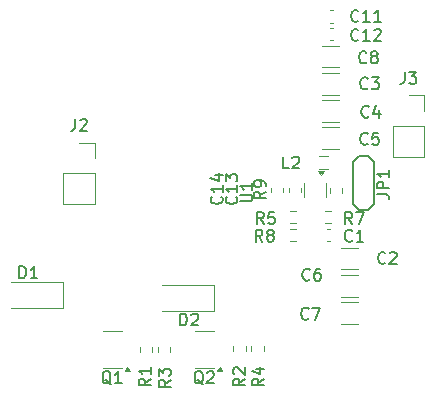
<source format=gbr>
%TF.GenerationSoftware,KiCad,Pcbnew,9.0.0*%
%TF.CreationDate,2025-03-25T19:49:10+01:00*%
%TF.ProjectId,raumtemp_relay,7261756d-7465-46d7-905f-72656c61792e,rev?*%
%TF.SameCoordinates,Original*%
%TF.FileFunction,Legend,Top*%
%TF.FilePolarity,Positive*%
%FSLAX46Y46*%
G04 Gerber Fmt 4.6, Leading zero omitted, Abs format (unit mm)*
G04 Created by KiCad (PCBNEW 9.0.0) date 2025-03-25 19:49:10*
%MOMM*%
%LPD*%
G01*
G04 APERTURE LIST*
%ADD10C,0.150000*%
%ADD11C,0.120000*%
G04 APERTURE END LIST*
D10*
X142584580Y-90722857D02*
X142632200Y-90770476D01*
X142632200Y-90770476D02*
X142679819Y-90913333D01*
X142679819Y-90913333D02*
X142679819Y-91008571D01*
X142679819Y-91008571D02*
X142632200Y-91151428D01*
X142632200Y-91151428D02*
X142536961Y-91246666D01*
X142536961Y-91246666D02*
X142441723Y-91294285D01*
X142441723Y-91294285D02*
X142251247Y-91341904D01*
X142251247Y-91341904D02*
X142108390Y-91341904D01*
X142108390Y-91341904D02*
X141917914Y-91294285D01*
X141917914Y-91294285D02*
X141822676Y-91246666D01*
X141822676Y-91246666D02*
X141727438Y-91151428D01*
X141727438Y-91151428D02*
X141679819Y-91008571D01*
X141679819Y-91008571D02*
X141679819Y-90913333D01*
X141679819Y-90913333D02*
X141727438Y-90770476D01*
X141727438Y-90770476D02*
X141775057Y-90722857D01*
X142679819Y-89770476D02*
X142679819Y-90341904D01*
X142679819Y-90056190D02*
X141679819Y-90056190D01*
X141679819Y-90056190D02*
X141822676Y-90151428D01*
X141822676Y-90151428D02*
X141917914Y-90246666D01*
X141917914Y-90246666D02*
X141965533Y-90341904D01*
X142013152Y-88913333D02*
X142679819Y-88913333D01*
X141632200Y-89151428D02*
X142346485Y-89389523D01*
X142346485Y-89389523D02*
X142346485Y-88770476D01*
X144179819Y-91141904D02*
X144989342Y-91141904D01*
X144989342Y-91141904D02*
X145084580Y-91094285D01*
X145084580Y-91094285D02*
X145132200Y-91046666D01*
X145132200Y-91046666D02*
X145179819Y-90951428D01*
X145179819Y-90951428D02*
X145179819Y-90760952D01*
X145179819Y-90760952D02*
X145132200Y-90665714D01*
X145132200Y-90665714D02*
X145084580Y-90618095D01*
X145084580Y-90618095D02*
X144989342Y-90570476D01*
X144989342Y-90570476D02*
X144179819Y-90570476D01*
X145179819Y-89570476D02*
X145179819Y-90141904D01*
X145179819Y-89856190D02*
X144179819Y-89856190D01*
X144179819Y-89856190D02*
X144322676Y-89951428D01*
X144322676Y-89951428D02*
X144417914Y-90046666D01*
X144417914Y-90046666D02*
X144465533Y-90141904D01*
X146329819Y-90296666D02*
X145853628Y-90629999D01*
X146329819Y-90868094D02*
X145329819Y-90868094D01*
X145329819Y-90868094D02*
X145329819Y-90487142D01*
X145329819Y-90487142D02*
X145377438Y-90391904D01*
X145377438Y-90391904D02*
X145425057Y-90344285D01*
X145425057Y-90344285D02*
X145520295Y-90296666D01*
X145520295Y-90296666D02*
X145663152Y-90296666D01*
X145663152Y-90296666D02*
X145758390Y-90344285D01*
X145758390Y-90344285D02*
X145806009Y-90391904D01*
X145806009Y-90391904D02*
X145853628Y-90487142D01*
X145853628Y-90487142D02*
X145853628Y-90868094D01*
X146329819Y-89820475D02*
X146329819Y-89629999D01*
X146329819Y-89629999D02*
X146282200Y-89534761D01*
X146282200Y-89534761D02*
X146234580Y-89487142D01*
X146234580Y-89487142D02*
X146091723Y-89391904D01*
X146091723Y-89391904D02*
X145901247Y-89344285D01*
X145901247Y-89344285D02*
X145520295Y-89344285D01*
X145520295Y-89344285D02*
X145425057Y-89391904D01*
X145425057Y-89391904D02*
X145377438Y-89439523D01*
X145377438Y-89439523D02*
X145329819Y-89534761D01*
X145329819Y-89534761D02*
X145329819Y-89725237D01*
X145329819Y-89725237D02*
X145377438Y-89820475D01*
X145377438Y-89820475D02*
X145425057Y-89868094D01*
X145425057Y-89868094D02*
X145520295Y-89915713D01*
X145520295Y-89915713D02*
X145758390Y-89915713D01*
X145758390Y-89915713D02*
X145853628Y-89868094D01*
X145853628Y-89868094D02*
X145901247Y-89820475D01*
X145901247Y-89820475D02*
X145948866Y-89725237D01*
X145948866Y-89725237D02*
X145948866Y-89534761D01*
X145948866Y-89534761D02*
X145901247Y-89439523D01*
X145901247Y-89439523D02*
X145853628Y-89391904D01*
X145853628Y-89391904D02*
X145758390Y-89344285D01*
X156458333Y-96339580D02*
X156410714Y-96387200D01*
X156410714Y-96387200D02*
X156267857Y-96434819D01*
X156267857Y-96434819D02*
X156172619Y-96434819D01*
X156172619Y-96434819D02*
X156029762Y-96387200D01*
X156029762Y-96387200D02*
X155934524Y-96291961D01*
X155934524Y-96291961D02*
X155886905Y-96196723D01*
X155886905Y-96196723D02*
X155839286Y-96006247D01*
X155839286Y-96006247D02*
X155839286Y-95863390D01*
X155839286Y-95863390D02*
X155886905Y-95672914D01*
X155886905Y-95672914D02*
X155934524Y-95577676D01*
X155934524Y-95577676D02*
X156029762Y-95482438D01*
X156029762Y-95482438D02*
X156172619Y-95434819D01*
X156172619Y-95434819D02*
X156267857Y-95434819D01*
X156267857Y-95434819D02*
X156410714Y-95482438D01*
X156410714Y-95482438D02*
X156458333Y-95530057D01*
X156839286Y-95530057D02*
X156886905Y-95482438D01*
X156886905Y-95482438D02*
X156982143Y-95434819D01*
X156982143Y-95434819D02*
X157220238Y-95434819D01*
X157220238Y-95434819D02*
X157315476Y-95482438D01*
X157315476Y-95482438D02*
X157363095Y-95530057D01*
X157363095Y-95530057D02*
X157410714Y-95625295D01*
X157410714Y-95625295D02*
X157410714Y-95720533D01*
X157410714Y-95720533D02*
X157363095Y-95863390D01*
X157363095Y-95863390D02*
X156791667Y-96434819D01*
X156791667Y-96434819D02*
X157410714Y-96434819D01*
X146179819Y-106146666D02*
X145703628Y-106479999D01*
X146179819Y-106718094D02*
X145179819Y-106718094D01*
X145179819Y-106718094D02*
X145179819Y-106337142D01*
X145179819Y-106337142D02*
X145227438Y-106241904D01*
X145227438Y-106241904D02*
X145275057Y-106194285D01*
X145275057Y-106194285D02*
X145370295Y-106146666D01*
X145370295Y-106146666D02*
X145513152Y-106146666D01*
X145513152Y-106146666D02*
X145608390Y-106194285D01*
X145608390Y-106194285D02*
X145656009Y-106241904D01*
X145656009Y-106241904D02*
X145703628Y-106337142D01*
X145703628Y-106337142D02*
X145703628Y-106718094D01*
X145513152Y-105289523D02*
X146179819Y-105289523D01*
X145132200Y-105527618D02*
X145846485Y-105765713D01*
X145846485Y-105765713D02*
X145846485Y-105146666D01*
X155779819Y-90513333D02*
X156494104Y-90513333D01*
X156494104Y-90513333D02*
X156636961Y-90560952D01*
X156636961Y-90560952D02*
X156732200Y-90656190D01*
X156732200Y-90656190D02*
X156779819Y-90799047D01*
X156779819Y-90799047D02*
X156779819Y-90894285D01*
X156779819Y-90037142D02*
X155779819Y-90037142D01*
X155779819Y-90037142D02*
X155779819Y-89656190D01*
X155779819Y-89656190D02*
X155827438Y-89560952D01*
X155827438Y-89560952D02*
X155875057Y-89513333D01*
X155875057Y-89513333D02*
X155970295Y-89465714D01*
X155970295Y-89465714D02*
X156113152Y-89465714D01*
X156113152Y-89465714D02*
X156208390Y-89513333D01*
X156208390Y-89513333D02*
X156256009Y-89560952D01*
X156256009Y-89560952D02*
X156303628Y-89656190D01*
X156303628Y-89656190D02*
X156303628Y-90037142D01*
X156779819Y-88513333D02*
X156779819Y-89084761D01*
X156779819Y-88799047D02*
X155779819Y-88799047D01*
X155779819Y-88799047D02*
X155922676Y-88894285D01*
X155922676Y-88894285D02*
X156017914Y-88989523D01*
X156017914Y-88989523D02*
X156065533Y-89084761D01*
X154958333Y-81539580D02*
X154910714Y-81587200D01*
X154910714Y-81587200D02*
X154767857Y-81634819D01*
X154767857Y-81634819D02*
X154672619Y-81634819D01*
X154672619Y-81634819D02*
X154529762Y-81587200D01*
X154529762Y-81587200D02*
X154434524Y-81491961D01*
X154434524Y-81491961D02*
X154386905Y-81396723D01*
X154386905Y-81396723D02*
X154339286Y-81206247D01*
X154339286Y-81206247D02*
X154339286Y-81063390D01*
X154339286Y-81063390D02*
X154386905Y-80872914D01*
X154386905Y-80872914D02*
X154434524Y-80777676D01*
X154434524Y-80777676D02*
X154529762Y-80682438D01*
X154529762Y-80682438D02*
X154672619Y-80634819D01*
X154672619Y-80634819D02*
X154767857Y-80634819D01*
X154767857Y-80634819D02*
X154910714Y-80682438D01*
X154910714Y-80682438D02*
X154958333Y-80730057D01*
X155291667Y-80634819D02*
X155910714Y-80634819D01*
X155910714Y-80634819D02*
X155577381Y-81015771D01*
X155577381Y-81015771D02*
X155720238Y-81015771D01*
X155720238Y-81015771D02*
X155815476Y-81063390D01*
X155815476Y-81063390D02*
X155863095Y-81111009D01*
X155863095Y-81111009D02*
X155910714Y-81206247D01*
X155910714Y-81206247D02*
X155910714Y-81444342D01*
X155910714Y-81444342D02*
X155863095Y-81539580D01*
X155863095Y-81539580D02*
X155815476Y-81587200D01*
X155815476Y-81587200D02*
X155720238Y-81634819D01*
X155720238Y-81634819D02*
X155434524Y-81634819D01*
X155434524Y-81634819D02*
X155339286Y-81587200D01*
X155339286Y-81587200D02*
X155291667Y-81539580D01*
X141029761Y-106630057D02*
X140934523Y-106582438D01*
X140934523Y-106582438D02*
X140839285Y-106487200D01*
X140839285Y-106487200D02*
X140696428Y-106344342D01*
X140696428Y-106344342D02*
X140601190Y-106296723D01*
X140601190Y-106296723D02*
X140505952Y-106296723D01*
X140553571Y-106534819D02*
X140458333Y-106487200D01*
X140458333Y-106487200D02*
X140363095Y-106391961D01*
X140363095Y-106391961D02*
X140315476Y-106201485D01*
X140315476Y-106201485D02*
X140315476Y-105868152D01*
X140315476Y-105868152D02*
X140363095Y-105677676D01*
X140363095Y-105677676D02*
X140458333Y-105582438D01*
X140458333Y-105582438D02*
X140553571Y-105534819D01*
X140553571Y-105534819D02*
X140744047Y-105534819D01*
X140744047Y-105534819D02*
X140839285Y-105582438D01*
X140839285Y-105582438D02*
X140934523Y-105677676D01*
X140934523Y-105677676D02*
X140982142Y-105868152D01*
X140982142Y-105868152D02*
X140982142Y-106201485D01*
X140982142Y-106201485D02*
X140934523Y-106391961D01*
X140934523Y-106391961D02*
X140839285Y-106487200D01*
X140839285Y-106487200D02*
X140744047Y-106534819D01*
X140744047Y-106534819D02*
X140553571Y-106534819D01*
X141363095Y-105630057D02*
X141410714Y-105582438D01*
X141410714Y-105582438D02*
X141505952Y-105534819D01*
X141505952Y-105534819D02*
X141744047Y-105534819D01*
X141744047Y-105534819D02*
X141839285Y-105582438D01*
X141839285Y-105582438D02*
X141886904Y-105630057D01*
X141886904Y-105630057D02*
X141934523Y-105725295D01*
X141934523Y-105725295D02*
X141934523Y-105820533D01*
X141934523Y-105820533D02*
X141886904Y-105963390D01*
X141886904Y-105963390D02*
X141315476Y-106534819D01*
X141315476Y-106534819D02*
X141934523Y-106534819D01*
X153658333Y-94439580D02*
X153610714Y-94487200D01*
X153610714Y-94487200D02*
X153467857Y-94534819D01*
X153467857Y-94534819D02*
X153372619Y-94534819D01*
X153372619Y-94534819D02*
X153229762Y-94487200D01*
X153229762Y-94487200D02*
X153134524Y-94391961D01*
X153134524Y-94391961D02*
X153086905Y-94296723D01*
X153086905Y-94296723D02*
X153039286Y-94106247D01*
X153039286Y-94106247D02*
X153039286Y-93963390D01*
X153039286Y-93963390D02*
X153086905Y-93772914D01*
X153086905Y-93772914D02*
X153134524Y-93677676D01*
X153134524Y-93677676D02*
X153229762Y-93582438D01*
X153229762Y-93582438D02*
X153372619Y-93534819D01*
X153372619Y-93534819D02*
X153467857Y-93534819D01*
X153467857Y-93534819D02*
X153610714Y-93582438D01*
X153610714Y-93582438D02*
X153658333Y-93630057D01*
X154610714Y-94534819D02*
X154039286Y-94534819D01*
X154325000Y-94534819D02*
X154325000Y-93534819D01*
X154325000Y-93534819D02*
X154229762Y-93677676D01*
X154229762Y-93677676D02*
X154134524Y-93772914D01*
X154134524Y-93772914D02*
X154039286Y-93820533D01*
X148308333Y-88334819D02*
X147832143Y-88334819D01*
X147832143Y-88334819D02*
X147832143Y-87334819D01*
X148594048Y-87430057D02*
X148641667Y-87382438D01*
X148641667Y-87382438D02*
X148736905Y-87334819D01*
X148736905Y-87334819D02*
X148975000Y-87334819D01*
X148975000Y-87334819D02*
X149070238Y-87382438D01*
X149070238Y-87382438D02*
X149117857Y-87430057D01*
X149117857Y-87430057D02*
X149165476Y-87525295D01*
X149165476Y-87525295D02*
X149165476Y-87620533D01*
X149165476Y-87620533D02*
X149117857Y-87763390D01*
X149117857Y-87763390D02*
X148546429Y-88334819D01*
X148546429Y-88334819D02*
X149165476Y-88334819D01*
X144579819Y-106146666D02*
X144103628Y-106479999D01*
X144579819Y-106718094D02*
X143579819Y-106718094D01*
X143579819Y-106718094D02*
X143579819Y-106337142D01*
X143579819Y-106337142D02*
X143627438Y-106241904D01*
X143627438Y-106241904D02*
X143675057Y-106194285D01*
X143675057Y-106194285D02*
X143770295Y-106146666D01*
X143770295Y-106146666D02*
X143913152Y-106146666D01*
X143913152Y-106146666D02*
X144008390Y-106194285D01*
X144008390Y-106194285D02*
X144056009Y-106241904D01*
X144056009Y-106241904D02*
X144103628Y-106337142D01*
X144103628Y-106337142D02*
X144103628Y-106718094D01*
X143675057Y-105765713D02*
X143627438Y-105718094D01*
X143627438Y-105718094D02*
X143579819Y-105622856D01*
X143579819Y-105622856D02*
X143579819Y-105384761D01*
X143579819Y-105384761D02*
X143627438Y-105289523D01*
X143627438Y-105289523D02*
X143675057Y-105241904D01*
X143675057Y-105241904D02*
X143770295Y-105194285D01*
X143770295Y-105194285D02*
X143865533Y-105194285D01*
X143865533Y-105194285D02*
X144008390Y-105241904D01*
X144008390Y-105241904D02*
X144579819Y-105813332D01*
X144579819Y-105813332D02*
X144579819Y-105194285D01*
X154182142Y-75839580D02*
X154134523Y-75887200D01*
X154134523Y-75887200D02*
X153991666Y-75934819D01*
X153991666Y-75934819D02*
X153896428Y-75934819D01*
X153896428Y-75934819D02*
X153753571Y-75887200D01*
X153753571Y-75887200D02*
X153658333Y-75791961D01*
X153658333Y-75791961D02*
X153610714Y-75696723D01*
X153610714Y-75696723D02*
X153563095Y-75506247D01*
X153563095Y-75506247D02*
X153563095Y-75363390D01*
X153563095Y-75363390D02*
X153610714Y-75172914D01*
X153610714Y-75172914D02*
X153658333Y-75077676D01*
X153658333Y-75077676D02*
X153753571Y-74982438D01*
X153753571Y-74982438D02*
X153896428Y-74934819D01*
X153896428Y-74934819D02*
X153991666Y-74934819D01*
X153991666Y-74934819D02*
X154134523Y-74982438D01*
X154134523Y-74982438D02*
X154182142Y-75030057D01*
X155134523Y-75934819D02*
X154563095Y-75934819D01*
X154848809Y-75934819D02*
X154848809Y-74934819D01*
X154848809Y-74934819D02*
X154753571Y-75077676D01*
X154753571Y-75077676D02*
X154658333Y-75172914D01*
X154658333Y-75172914D02*
X154563095Y-75220533D01*
X156086904Y-75934819D02*
X155515476Y-75934819D01*
X155801190Y-75934819D02*
X155801190Y-74934819D01*
X155801190Y-74934819D02*
X155705952Y-75077676D01*
X155705952Y-75077676D02*
X155610714Y-75172914D01*
X155610714Y-75172914D02*
X155515476Y-75220533D01*
X153658333Y-93034819D02*
X153325000Y-92558628D01*
X153086905Y-93034819D02*
X153086905Y-92034819D01*
X153086905Y-92034819D02*
X153467857Y-92034819D01*
X153467857Y-92034819D02*
X153563095Y-92082438D01*
X153563095Y-92082438D02*
X153610714Y-92130057D01*
X153610714Y-92130057D02*
X153658333Y-92225295D01*
X153658333Y-92225295D02*
X153658333Y-92368152D01*
X153658333Y-92368152D02*
X153610714Y-92463390D01*
X153610714Y-92463390D02*
X153563095Y-92511009D01*
X153563095Y-92511009D02*
X153467857Y-92558628D01*
X153467857Y-92558628D02*
X153086905Y-92558628D01*
X153991667Y-92034819D02*
X154658333Y-92034819D01*
X154658333Y-92034819D02*
X154229762Y-93034819D01*
X139086905Y-101634819D02*
X139086905Y-100634819D01*
X139086905Y-100634819D02*
X139325000Y-100634819D01*
X139325000Y-100634819D02*
X139467857Y-100682438D01*
X139467857Y-100682438D02*
X139563095Y-100777676D01*
X139563095Y-100777676D02*
X139610714Y-100872914D01*
X139610714Y-100872914D02*
X139658333Y-101063390D01*
X139658333Y-101063390D02*
X139658333Y-101206247D01*
X139658333Y-101206247D02*
X139610714Y-101396723D01*
X139610714Y-101396723D02*
X139563095Y-101491961D01*
X139563095Y-101491961D02*
X139467857Y-101587200D01*
X139467857Y-101587200D02*
X139325000Y-101634819D01*
X139325000Y-101634819D02*
X139086905Y-101634819D01*
X140039286Y-100730057D02*
X140086905Y-100682438D01*
X140086905Y-100682438D02*
X140182143Y-100634819D01*
X140182143Y-100634819D02*
X140420238Y-100634819D01*
X140420238Y-100634819D02*
X140515476Y-100682438D01*
X140515476Y-100682438D02*
X140563095Y-100730057D01*
X140563095Y-100730057D02*
X140610714Y-100825295D01*
X140610714Y-100825295D02*
X140610714Y-100920533D01*
X140610714Y-100920533D02*
X140563095Y-101063390D01*
X140563095Y-101063390D02*
X139991667Y-101634819D01*
X139991667Y-101634819D02*
X140610714Y-101634819D01*
X150058333Y-97739580D02*
X150010714Y-97787200D01*
X150010714Y-97787200D02*
X149867857Y-97834819D01*
X149867857Y-97834819D02*
X149772619Y-97834819D01*
X149772619Y-97834819D02*
X149629762Y-97787200D01*
X149629762Y-97787200D02*
X149534524Y-97691961D01*
X149534524Y-97691961D02*
X149486905Y-97596723D01*
X149486905Y-97596723D02*
X149439286Y-97406247D01*
X149439286Y-97406247D02*
X149439286Y-97263390D01*
X149439286Y-97263390D02*
X149486905Y-97072914D01*
X149486905Y-97072914D02*
X149534524Y-96977676D01*
X149534524Y-96977676D02*
X149629762Y-96882438D01*
X149629762Y-96882438D02*
X149772619Y-96834819D01*
X149772619Y-96834819D02*
X149867857Y-96834819D01*
X149867857Y-96834819D02*
X150010714Y-96882438D01*
X150010714Y-96882438D02*
X150058333Y-96930057D01*
X150915476Y-96834819D02*
X150725000Y-96834819D01*
X150725000Y-96834819D02*
X150629762Y-96882438D01*
X150629762Y-96882438D02*
X150582143Y-96930057D01*
X150582143Y-96930057D02*
X150486905Y-97072914D01*
X150486905Y-97072914D02*
X150439286Y-97263390D01*
X150439286Y-97263390D02*
X150439286Y-97644342D01*
X150439286Y-97644342D02*
X150486905Y-97739580D01*
X150486905Y-97739580D02*
X150534524Y-97787200D01*
X150534524Y-97787200D02*
X150629762Y-97834819D01*
X150629762Y-97834819D02*
X150820238Y-97834819D01*
X150820238Y-97834819D02*
X150915476Y-97787200D01*
X150915476Y-97787200D02*
X150963095Y-97739580D01*
X150963095Y-97739580D02*
X151010714Y-97644342D01*
X151010714Y-97644342D02*
X151010714Y-97406247D01*
X151010714Y-97406247D02*
X150963095Y-97311009D01*
X150963095Y-97311009D02*
X150915476Y-97263390D01*
X150915476Y-97263390D02*
X150820238Y-97215771D01*
X150820238Y-97215771D02*
X150629762Y-97215771D01*
X150629762Y-97215771D02*
X150534524Y-97263390D01*
X150534524Y-97263390D02*
X150486905Y-97311009D01*
X150486905Y-97311009D02*
X150439286Y-97406247D01*
X125486905Y-97634819D02*
X125486905Y-96634819D01*
X125486905Y-96634819D02*
X125725000Y-96634819D01*
X125725000Y-96634819D02*
X125867857Y-96682438D01*
X125867857Y-96682438D02*
X125963095Y-96777676D01*
X125963095Y-96777676D02*
X126010714Y-96872914D01*
X126010714Y-96872914D02*
X126058333Y-97063390D01*
X126058333Y-97063390D02*
X126058333Y-97206247D01*
X126058333Y-97206247D02*
X126010714Y-97396723D01*
X126010714Y-97396723D02*
X125963095Y-97491961D01*
X125963095Y-97491961D02*
X125867857Y-97587200D01*
X125867857Y-97587200D02*
X125725000Y-97634819D01*
X125725000Y-97634819D02*
X125486905Y-97634819D01*
X127010714Y-97634819D02*
X126439286Y-97634819D01*
X126725000Y-97634819D02*
X126725000Y-96634819D01*
X126725000Y-96634819D02*
X126629762Y-96777676D01*
X126629762Y-96777676D02*
X126534524Y-96872914D01*
X126534524Y-96872914D02*
X126439286Y-96920533D01*
X136579819Y-106146666D02*
X136103628Y-106479999D01*
X136579819Y-106718094D02*
X135579819Y-106718094D01*
X135579819Y-106718094D02*
X135579819Y-106337142D01*
X135579819Y-106337142D02*
X135627438Y-106241904D01*
X135627438Y-106241904D02*
X135675057Y-106194285D01*
X135675057Y-106194285D02*
X135770295Y-106146666D01*
X135770295Y-106146666D02*
X135913152Y-106146666D01*
X135913152Y-106146666D02*
X136008390Y-106194285D01*
X136008390Y-106194285D02*
X136056009Y-106241904D01*
X136056009Y-106241904D02*
X136103628Y-106337142D01*
X136103628Y-106337142D02*
X136103628Y-106718094D01*
X136579819Y-105194285D02*
X136579819Y-105765713D01*
X136579819Y-105479999D02*
X135579819Y-105479999D01*
X135579819Y-105479999D02*
X135722676Y-105575237D01*
X135722676Y-105575237D02*
X135817914Y-105670475D01*
X135817914Y-105670475D02*
X135865533Y-105765713D01*
X155058333Y-83939580D02*
X155010714Y-83987200D01*
X155010714Y-83987200D02*
X154867857Y-84034819D01*
X154867857Y-84034819D02*
X154772619Y-84034819D01*
X154772619Y-84034819D02*
X154629762Y-83987200D01*
X154629762Y-83987200D02*
X154534524Y-83891961D01*
X154534524Y-83891961D02*
X154486905Y-83796723D01*
X154486905Y-83796723D02*
X154439286Y-83606247D01*
X154439286Y-83606247D02*
X154439286Y-83463390D01*
X154439286Y-83463390D02*
X154486905Y-83272914D01*
X154486905Y-83272914D02*
X154534524Y-83177676D01*
X154534524Y-83177676D02*
X154629762Y-83082438D01*
X154629762Y-83082438D02*
X154772619Y-83034819D01*
X154772619Y-83034819D02*
X154867857Y-83034819D01*
X154867857Y-83034819D02*
X155010714Y-83082438D01*
X155010714Y-83082438D02*
X155058333Y-83130057D01*
X155915476Y-83368152D02*
X155915476Y-84034819D01*
X155677381Y-82987200D02*
X155439286Y-83701485D01*
X155439286Y-83701485D02*
X156058333Y-83701485D01*
X146158333Y-93034819D02*
X145825000Y-92558628D01*
X145586905Y-93034819D02*
X145586905Y-92034819D01*
X145586905Y-92034819D02*
X145967857Y-92034819D01*
X145967857Y-92034819D02*
X146063095Y-92082438D01*
X146063095Y-92082438D02*
X146110714Y-92130057D01*
X146110714Y-92130057D02*
X146158333Y-92225295D01*
X146158333Y-92225295D02*
X146158333Y-92368152D01*
X146158333Y-92368152D02*
X146110714Y-92463390D01*
X146110714Y-92463390D02*
X146063095Y-92511009D01*
X146063095Y-92511009D02*
X145967857Y-92558628D01*
X145967857Y-92558628D02*
X145586905Y-92558628D01*
X147063095Y-92034819D02*
X146586905Y-92034819D01*
X146586905Y-92034819D02*
X146539286Y-92511009D01*
X146539286Y-92511009D02*
X146586905Y-92463390D01*
X146586905Y-92463390D02*
X146682143Y-92415771D01*
X146682143Y-92415771D02*
X146920238Y-92415771D01*
X146920238Y-92415771D02*
X147015476Y-92463390D01*
X147015476Y-92463390D02*
X147063095Y-92511009D01*
X147063095Y-92511009D02*
X147110714Y-92606247D01*
X147110714Y-92606247D02*
X147110714Y-92844342D01*
X147110714Y-92844342D02*
X147063095Y-92939580D01*
X147063095Y-92939580D02*
X147015476Y-92987200D01*
X147015476Y-92987200D02*
X146920238Y-93034819D01*
X146920238Y-93034819D02*
X146682143Y-93034819D01*
X146682143Y-93034819D02*
X146586905Y-92987200D01*
X146586905Y-92987200D02*
X146539286Y-92939580D01*
X158091666Y-80164819D02*
X158091666Y-80879104D01*
X158091666Y-80879104D02*
X158044047Y-81021961D01*
X158044047Y-81021961D02*
X157948809Y-81117200D01*
X157948809Y-81117200D02*
X157805952Y-81164819D01*
X157805952Y-81164819D02*
X157710714Y-81164819D01*
X158472619Y-80164819D02*
X159091666Y-80164819D01*
X159091666Y-80164819D02*
X158758333Y-80545771D01*
X158758333Y-80545771D02*
X158901190Y-80545771D01*
X158901190Y-80545771D02*
X158996428Y-80593390D01*
X158996428Y-80593390D02*
X159044047Y-80641009D01*
X159044047Y-80641009D02*
X159091666Y-80736247D01*
X159091666Y-80736247D02*
X159091666Y-80974342D01*
X159091666Y-80974342D02*
X159044047Y-81069580D01*
X159044047Y-81069580D02*
X158996428Y-81117200D01*
X158996428Y-81117200D02*
X158901190Y-81164819D01*
X158901190Y-81164819D02*
X158615476Y-81164819D01*
X158615476Y-81164819D02*
X158520238Y-81117200D01*
X158520238Y-81117200D02*
X158472619Y-81069580D01*
X154958333Y-86239580D02*
X154910714Y-86287200D01*
X154910714Y-86287200D02*
X154767857Y-86334819D01*
X154767857Y-86334819D02*
X154672619Y-86334819D01*
X154672619Y-86334819D02*
X154529762Y-86287200D01*
X154529762Y-86287200D02*
X154434524Y-86191961D01*
X154434524Y-86191961D02*
X154386905Y-86096723D01*
X154386905Y-86096723D02*
X154339286Y-85906247D01*
X154339286Y-85906247D02*
X154339286Y-85763390D01*
X154339286Y-85763390D02*
X154386905Y-85572914D01*
X154386905Y-85572914D02*
X154434524Y-85477676D01*
X154434524Y-85477676D02*
X154529762Y-85382438D01*
X154529762Y-85382438D02*
X154672619Y-85334819D01*
X154672619Y-85334819D02*
X154767857Y-85334819D01*
X154767857Y-85334819D02*
X154910714Y-85382438D01*
X154910714Y-85382438D02*
X154958333Y-85430057D01*
X155863095Y-85334819D02*
X155386905Y-85334819D01*
X155386905Y-85334819D02*
X155339286Y-85811009D01*
X155339286Y-85811009D02*
X155386905Y-85763390D01*
X155386905Y-85763390D02*
X155482143Y-85715771D01*
X155482143Y-85715771D02*
X155720238Y-85715771D01*
X155720238Y-85715771D02*
X155815476Y-85763390D01*
X155815476Y-85763390D02*
X155863095Y-85811009D01*
X155863095Y-85811009D02*
X155910714Y-85906247D01*
X155910714Y-85906247D02*
X155910714Y-86144342D01*
X155910714Y-86144342D02*
X155863095Y-86239580D01*
X155863095Y-86239580D02*
X155815476Y-86287200D01*
X155815476Y-86287200D02*
X155720238Y-86334819D01*
X155720238Y-86334819D02*
X155482143Y-86334819D01*
X155482143Y-86334819D02*
X155386905Y-86287200D01*
X155386905Y-86287200D02*
X155339286Y-86239580D01*
X154858333Y-79339580D02*
X154810714Y-79387200D01*
X154810714Y-79387200D02*
X154667857Y-79434819D01*
X154667857Y-79434819D02*
X154572619Y-79434819D01*
X154572619Y-79434819D02*
X154429762Y-79387200D01*
X154429762Y-79387200D02*
X154334524Y-79291961D01*
X154334524Y-79291961D02*
X154286905Y-79196723D01*
X154286905Y-79196723D02*
X154239286Y-79006247D01*
X154239286Y-79006247D02*
X154239286Y-78863390D01*
X154239286Y-78863390D02*
X154286905Y-78672914D01*
X154286905Y-78672914D02*
X154334524Y-78577676D01*
X154334524Y-78577676D02*
X154429762Y-78482438D01*
X154429762Y-78482438D02*
X154572619Y-78434819D01*
X154572619Y-78434819D02*
X154667857Y-78434819D01*
X154667857Y-78434819D02*
X154810714Y-78482438D01*
X154810714Y-78482438D02*
X154858333Y-78530057D01*
X155429762Y-78863390D02*
X155334524Y-78815771D01*
X155334524Y-78815771D02*
X155286905Y-78768152D01*
X155286905Y-78768152D02*
X155239286Y-78672914D01*
X155239286Y-78672914D02*
X155239286Y-78625295D01*
X155239286Y-78625295D02*
X155286905Y-78530057D01*
X155286905Y-78530057D02*
X155334524Y-78482438D01*
X155334524Y-78482438D02*
X155429762Y-78434819D01*
X155429762Y-78434819D02*
X155620238Y-78434819D01*
X155620238Y-78434819D02*
X155715476Y-78482438D01*
X155715476Y-78482438D02*
X155763095Y-78530057D01*
X155763095Y-78530057D02*
X155810714Y-78625295D01*
X155810714Y-78625295D02*
X155810714Y-78672914D01*
X155810714Y-78672914D02*
X155763095Y-78768152D01*
X155763095Y-78768152D02*
X155715476Y-78815771D01*
X155715476Y-78815771D02*
X155620238Y-78863390D01*
X155620238Y-78863390D02*
X155429762Y-78863390D01*
X155429762Y-78863390D02*
X155334524Y-78911009D01*
X155334524Y-78911009D02*
X155286905Y-78958628D01*
X155286905Y-78958628D02*
X155239286Y-79053866D01*
X155239286Y-79053866D02*
X155239286Y-79244342D01*
X155239286Y-79244342D02*
X155286905Y-79339580D01*
X155286905Y-79339580D02*
X155334524Y-79387200D01*
X155334524Y-79387200D02*
X155429762Y-79434819D01*
X155429762Y-79434819D02*
X155620238Y-79434819D01*
X155620238Y-79434819D02*
X155715476Y-79387200D01*
X155715476Y-79387200D02*
X155763095Y-79339580D01*
X155763095Y-79339580D02*
X155810714Y-79244342D01*
X155810714Y-79244342D02*
X155810714Y-79053866D01*
X155810714Y-79053866D02*
X155763095Y-78958628D01*
X155763095Y-78958628D02*
X155715476Y-78911009D01*
X155715476Y-78911009D02*
X155620238Y-78863390D01*
X146058333Y-94534819D02*
X145725000Y-94058628D01*
X145486905Y-94534819D02*
X145486905Y-93534819D01*
X145486905Y-93534819D02*
X145867857Y-93534819D01*
X145867857Y-93534819D02*
X145963095Y-93582438D01*
X145963095Y-93582438D02*
X146010714Y-93630057D01*
X146010714Y-93630057D02*
X146058333Y-93725295D01*
X146058333Y-93725295D02*
X146058333Y-93868152D01*
X146058333Y-93868152D02*
X146010714Y-93963390D01*
X146010714Y-93963390D02*
X145963095Y-94011009D01*
X145963095Y-94011009D02*
X145867857Y-94058628D01*
X145867857Y-94058628D02*
X145486905Y-94058628D01*
X146629762Y-93963390D02*
X146534524Y-93915771D01*
X146534524Y-93915771D02*
X146486905Y-93868152D01*
X146486905Y-93868152D02*
X146439286Y-93772914D01*
X146439286Y-93772914D02*
X146439286Y-93725295D01*
X146439286Y-93725295D02*
X146486905Y-93630057D01*
X146486905Y-93630057D02*
X146534524Y-93582438D01*
X146534524Y-93582438D02*
X146629762Y-93534819D01*
X146629762Y-93534819D02*
X146820238Y-93534819D01*
X146820238Y-93534819D02*
X146915476Y-93582438D01*
X146915476Y-93582438D02*
X146963095Y-93630057D01*
X146963095Y-93630057D02*
X147010714Y-93725295D01*
X147010714Y-93725295D02*
X147010714Y-93772914D01*
X147010714Y-93772914D02*
X146963095Y-93868152D01*
X146963095Y-93868152D02*
X146915476Y-93915771D01*
X146915476Y-93915771D02*
X146820238Y-93963390D01*
X146820238Y-93963390D02*
X146629762Y-93963390D01*
X146629762Y-93963390D02*
X146534524Y-94011009D01*
X146534524Y-94011009D02*
X146486905Y-94058628D01*
X146486905Y-94058628D02*
X146439286Y-94153866D01*
X146439286Y-94153866D02*
X146439286Y-94344342D01*
X146439286Y-94344342D02*
X146486905Y-94439580D01*
X146486905Y-94439580D02*
X146534524Y-94487200D01*
X146534524Y-94487200D02*
X146629762Y-94534819D01*
X146629762Y-94534819D02*
X146820238Y-94534819D01*
X146820238Y-94534819D02*
X146915476Y-94487200D01*
X146915476Y-94487200D02*
X146963095Y-94439580D01*
X146963095Y-94439580D02*
X147010714Y-94344342D01*
X147010714Y-94344342D02*
X147010714Y-94153866D01*
X147010714Y-94153866D02*
X146963095Y-94058628D01*
X146963095Y-94058628D02*
X146915476Y-94011009D01*
X146915476Y-94011009D02*
X146820238Y-93963390D01*
X130191322Y-84164819D02*
X130191322Y-84879104D01*
X130191322Y-84879104D02*
X130143703Y-85021961D01*
X130143703Y-85021961D02*
X130048465Y-85117200D01*
X130048465Y-85117200D02*
X129905608Y-85164819D01*
X129905608Y-85164819D02*
X129810370Y-85164819D01*
X130619894Y-84260057D02*
X130667513Y-84212438D01*
X130667513Y-84212438D02*
X130762751Y-84164819D01*
X130762751Y-84164819D02*
X131000846Y-84164819D01*
X131000846Y-84164819D02*
X131096084Y-84212438D01*
X131096084Y-84212438D02*
X131143703Y-84260057D01*
X131143703Y-84260057D02*
X131191322Y-84355295D01*
X131191322Y-84355295D02*
X131191322Y-84450533D01*
X131191322Y-84450533D02*
X131143703Y-84593390D01*
X131143703Y-84593390D02*
X130572275Y-85164819D01*
X130572275Y-85164819D02*
X131191322Y-85164819D01*
X154182142Y-77439580D02*
X154134523Y-77487200D01*
X154134523Y-77487200D02*
X153991666Y-77534819D01*
X153991666Y-77534819D02*
X153896428Y-77534819D01*
X153896428Y-77534819D02*
X153753571Y-77487200D01*
X153753571Y-77487200D02*
X153658333Y-77391961D01*
X153658333Y-77391961D02*
X153610714Y-77296723D01*
X153610714Y-77296723D02*
X153563095Y-77106247D01*
X153563095Y-77106247D02*
X153563095Y-76963390D01*
X153563095Y-76963390D02*
X153610714Y-76772914D01*
X153610714Y-76772914D02*
X153658333Y-76677676D01*
X153658333Y-76677676D02*
X153753571Y-76582438D01*
X153753571Y-76582438D02*
X153896428Y-76534819D01*
X153896428Y-76534819D02*
X153991666Y-76534819D01*
X153991666Y-76534819D02*
X154134523Y-76582438D01*
X154134523Y-76582438D02*
X154182142Y-76630057D01*
X155134523Y-77534819D02*
X154563095Y-77534819D01*
X154848809Y-77534819D02*
X154848809Y-76534819D01*
X154848809Y-76534819D02*
X154753571Y-76677676D01*
X154753571Y-76677676D02*
X154658333Y-76772914D01*
X154658333Y-76772914D02*
X154563095Y-76820533D01*
X155515476Y-76630057D02*
X155563095Y-76582438D01*
X155563095Y-76582438D02*
X155658333Y-76534819D01*
X155658333Y-76534819D02*
X155896428Y-76534819D01*
X155896428Y-76534819D02*
X155991666Y-76582438D01*
X155991666Y-76582438D02*
X156039285Y-76630057D01*
X156039285Y-76630057D02*
X156086904Y-76725295D01*
X156086904Y-76725295D02*
X156086904Y-76820533D01*
X156086904Y-76820533D02*
X156039285Y-76963390D01*
X156039285Y-76963390D02*
X155467857Y-77534819D01*
X155467857Y-77534819D02*
X156086904Y-77534819D01*
X149958333Y-101039580D02*
X149910714Y-101087200D01*
X149910714Y-101087200D02*
X149767857Y-101134819D01*
X149767857Y-101134819D02*
X149672619Y-101134819D01*
X149672619Y-101134819D02*
X149529762Y-101087200D01*
X149529762Y-101087200D02*
X149434524Y-100991961D01*
X149434524Y-100991961D02*
X149386905Y-100896723D01*
X149386905Y-100896723D02*
X149339286Y-100706247D01*
X149339286Y-100706247D02*
X149339286Y-100563390D01*
X149339286Y-100563390D02*
X149386905Y-100372914D01*
X149386905Y-100372914D02*
X149434524Y-100277676D01*
X149434524Y-100277676D02*
X149529762Y-100182438D01*
X149529762Y-100182438D02*
X149672619Y-100134819D01*
X149672619Y-100134819D02*
X149767857Y-100134819D01*
X149767857Y-100134819D02*
X149910714Y-100182438D01*
X149910714Y-100182438D02*
X149958333Y-100230057D01*
X150291667Y-100134819D02*
X150958333Y-100134819D01*
X150958333Y-100134819D02*
X150529762Y-101134819D01*
X133229761Y-106630057D02*
X133134523Y-106582438D01*
X133134523Y-106582438D02*
X133039285Y-106487200D01*
X133039285Y-106487200D02*
X132896428Y-106344342D01*
X132896428Y-106344342D02*
X132801190Y-106296723D01*
X132801190Y-106296723D02*
X132705952Y-106296723D01*
X132753571Y-106534819D02*
X132658333Y-106487200D01*
X132658333Y-106487200D02*
X132563095Y-106391961D01*
X132563095Y-106391961D02*
X132515476Y-106201485D01*
X132515476Y-106201485D02*
X132515476Y-105868152D01*
X132515476Y-105868152D02*
X132563095Y-105677676D01*
X132563095Y-105677676D02*
X132658333Y-105582438D01*
X132658333Y-105582438D02*
X132753571Y-105534819D01*
X132753571Y-105534819D02*
X132944047Y-105534819D01*
X132944047Y-105534819D02*
X133039285Y-105582438D01*
X133039285Y-105582438D02*
X133134523Y-105677676D01*
X133134523Y-105677676D02*
X133182142Y-105868152D01*
X133182142Y-105868152D02*
X133182142Y-106201485D01*
X133182142Y-106201485D02*
X133134523Y-106391961D01*
X133134523Y-106391961D02*
X133039285Y-106487200D01*
X133039285Y-106487200D02*
X132944047Y-106534819D01*
X132944047Y-106534819D02*
X132753571Y-106534819D01*
X134134523Y-106534819D02*
X133563095Y-106534819D01*
X133848809Y-106534819D02*
X133848809Y-105534819D01*
X133848809Y-105534819D02*
X133753571Y-105677676D01*
X133753571Y-105677676D02*
X133658333Y-105772914D01*
X133658333Y-105772914D02*
X133563095Y-105820533D01*
X138279819Y-106246666D02*
X137803628Y-106579999D01*
X138279819Y-106818094D02*
X137279819Y-106818094D01*
X137279819Y-106818094D02*
X137279819Y-106437142D01*
X137279819Y-106437142D02*
X137327438Y-106341904D01*
X137327438Y-106341904D02*
X137375057Y-106294285D01*
X137375057Y-106294285D02*
X137470295Y-106246666D01*
X137470295Y-106246666D02*
X137613152Y-106246666D01*
X137613152Y-106246666D02*
X137708390Y-106294285D01*
X137708390Y-106294285D02*
X137756009Y-106341904D01*
X137756009Y-106341904D02*
X137803628Y-106437142D01*
X137803628Y-106437142D02*
X137803628Y-106818094D01*
X137279819Y-105913332D02*
X137279819Y-105294285D01*
X137279819Y-105294285D02*
X137660771Y-105627618D01*
X137660771Y-105627618D02*
X137660771Y-105484761D01*
X137660771Y-105484761D02*
X137708390Y-105389523D01*
X137708390Y-105389523D02*
X137756009Y-105341904D01*
X137756009Y-105341904D02*
X137851247Y-105294285D01*
X137851247Y-105294285D02*
X138089342Y-105294285D01*
X138089342Y-105294285D02*
X138184580Y-105341904D01*
X138184580Y-105341904D02*
X138232200Y-105389523D01*
X138232200Y-105389523D02*
X138279819Y-105484761D01*
X138279819Y-105484761D02*
X138279819Y-105770475D01*
X138279819Y-105770475D02*
X138232200Y-105865713D01*
X138232200Y-105865713D02*
X138184580Y-105913332D01*
X143834580Y-90722857D02*
X143882200Y-90770476D01*
X143882200Y-90770476D02*
X143929819Y-90913333D01*
X143929819Y-90913333D02*
X143929819Y-91008571D01*
X143929819Y-91008571D02*
X143882200Y-91151428D01*
X143882200Y-91151428D02*
X143786961Y-91246666D01*
X143786961Y-91246666D02*
X143691723Y-91294285D01*
X143691723Y-91294285D02*
X143501247Y-91341904D01*
X143501247Y-91341904D02*
X143358390Y-91341904D01*
X143358390Y-91341904D02*
X143167914Y-91294285D01*
X143167914Y-91294285D02*
X143072676Y-91246666D01*
X143072676Y-91246666D02*
X142977438Y-91151428D01*
X142977438Y-91151428D02*
X142929819Y-91008571D01*
X142929819Y-91008571D02*
X142929819Y-90913333D01*
X142929819Y-90913333D02*
X142977438Y-90770476D01*
X142977438Y-90770476D02*
X143025057Y-90722857D01*
X143929819Y-89770476D02*
X143929819Y-90341904D01*
X143929819Y-90056190D02*
X142929819Y-90056190D01*
X142929819Y-90056190D02*
X143072676Y-90151428D01*
X143072676Y-90151428D02*
X143167914Y-90246666D01*
X143167914Y-90246666D02*
X143215533Y-90341904D01*
X142929819Y-89437142D02*
X142929819Y-88818095D01*
X142929819Y-88818095D02*
X143310771Y-89151428D01*
X143310771Y-89151428D02*
X143310771Y-89008571D01*
X143310771Y-89008571D02*
X143358390Y-88913333D01*
X143358390Y-88913333D02*
X143406009Y-88865714D01*
X143406009Y-88865714D02*
X143501247Y-88818095D01*
X143501247Y-88818095D02*
X143739342Y-88818095D01*
X143739342Y-88818095D02*
X143834580Y-88865714D01*
X143834580Y-88865714D02*
X143882200Y-88913333D01*
X143882200Y-88913333D02*
X143929819Y-89008571D01*
X143929819Y-89008571D02*
X143929819Y-89294285D01*
X143929819Y-89294285D02*
X143882200Y-89389523D01*
X143882200Y-89389523D02*
X143834580Y-89437142D01*
D11*
%TO.C,C14*%
X147785000Y-90014420D02*
X147785000Y-90295580D01*
X146765000Y-90014420D02*
X146765000Y-90295580D01*
%TO.C,U1*%
X151025000Y-88870000D02*
X150785000Y-88540000D01*
X151265000Y-88540000D01*
X151025000Y-88870000D01*
G36*
X151025000Y-88870000D02*
G01*
X150785000Y-88540000D01*
X151265000Y-88540000D01*
X151025000Y-88870000D01*
G37*
X151460000Y-90180000D02*
X151460000Y-90780000D01*
X151460000Y-90180000D02*
X151460000Y-89580000D01*
X149590000Y-90180000D02*
X149590000Y-90780000D01*
X149590000Y-90180000D02*
X149590000Y-89580000D01*
%TO.C,R9*%
X151752500Y-90442258D02*
X151752500Y-89967742D01*
X152797500Y-90442258D02*
X152797500Y-89967742D01*
%TO.C,C2*%
X154136252Y-96890000D02*
X152713748Y-96890000D01*
X154136252Y-95070000D02*
X152713748Y-95070000D01*
%TO.C,R4*%
X145102500Y-103342742D02*
X145102500Y-103817258D01*
X146147500Y-103342742D02*
X146147500Y-103817258D01*
D10*
%TO.C,JP1*%
X153725000Y-87760000D02*
X154225000Y-87260000D01*
X153725000Y-91360000D02*
X153725000Y-87760000D01*
X154225000Y-87260000D02*
X155025000Y-87260000D01*
X154225000Y-91860000D02*
X153725000Y-91360000D01*
X155025000Y-87260000D02*
X155525000Y-87760000D01*
X155025000Y-91860000D02*
X154225000Y-91860000D01*
X155525000Y-87760000D02*
X155525000Y-91360000D01*
X155525000Y-91360000D02*
X155025000Y-91860000D01*
D11*
%TO.C,C3*%
X152536252Y-80270000D02*
X151113748Y-80270000D01*
X152536252Y-82090000D02*
X151113748Y-82090000D01*
%TO.C,Q2*%
X141125000Y-102120000D02*
X140325000Y-102120000D01*
X141125000Y-102120000D02*
X141925000Y-102120000D01*
X141125000Y-105240000D02*
X140325000Y-105240000D01*
X141125000Y-105240000D02*
X141925000Y-105240000D01*
X142665000Y-105520000D02*
X142185000Y-105520000D01*
X142425000Y-105190000D01*
X142665000Y-105520000D01*
G36*
X142665000Y-105520000D02*
G01*
X142185000Y-105520000D01*
X142425000Y-105190000D01*
X142665000Y-105520000D01*
G37*
%TO.C,C1*%
X151765580Y-93470000D02*
X151484420Y-93470000D01*
X151765580Y-94490000D02*
X151484420Y-94490000D01*
%TO.C,L2*%
X150825378Y-87270000D02*
X151624622Y-87270000D01*
X150825378Y-88390000D02*
X151624622Y-88390000D01*
%TO.C,R2*%
X143602500Y-103817258D02*
X143602500Y-103342742D01*
X144647500Y-103817258D02*
X144647500Y-103342742D01*
%TO.C,C11*%
X152065580Y-74970000D02*
X151784420Y-74970000D01*
X152065580Y-75990000D02*
X151784420Y-75990000D01*
%TO.C,R7*%
X151862258Y-91957500D02*
X151387742Y-91957500D01*
X151862258Y-93002500D02*
X151387742Y-93002500D01*
%TO.C,D2*%
X137575000Y-100390000D02*
X141985000Y-100390000D01*
X141985000Y-98170000D02*
X137575000Y-98170000D01*
X141985000Y-100390000D02*
X141985000Y-98170000D01*
%TO.C,C6*%
X154136252Y-97370000D02*
X152713748Y-97370000D01*
X154136252Y-99190000D02*
X152713748Y-99190000D01*
%TO.C,D1*%
X124775000Y-100190000D02*
X129185000Y-100190000D01*
X129185000Y-97970000D02*
X124775000Y-97970000D01*
X129185000Y-100190000D02*
X129185000Y-97970000D01*
%TO.C,R1*%
X135702500Y-103917258D02*
X135702500Y-103442742D01*
X136747500Y-103917258D02*
X136747500Y-103442742D01*
%TO.C,C4*%
X152536252Y-82570000D02*
X151113748Y-82570000D01*
X152536252Y-84390000D02*
X151113748Y-84390000D01*
%TO.C,R5*%
X148862258Y-91957500D02*
X148387742Y-91957500D01*
X148862258Y-93002500D02*
X148387742Y-93002500D01*
%TO.C,J3*%
X157095000Y-84750000D02*
X157095000Y-87350000D01*
X157095000Y-84750000D02*
X159755000Y-84750000D01*
X157095000Y-87350000D02*
X159755000Y-87350000D01*
X158425000Y-82150000D02*
X159755000Y-82150000D01*
X159755000Y-82150000D02*
X159755000Y-83480000D01*
X159755000Y-84750000D02*
X159755000Y-87350000D01*
%TO.C,C5*%
X152536252Y-84870000D02*
X151113748Y-84870000D01*
X152536252Y-86690000D02*
X151113748Y-86690000D01*
%TO.C,C8*%
X152536252Y-77970000D02*
X151113748Y-77970000D01*
X152536252Y-79790000D02*
X151113748Y-79790000D01*
%TO.C,R8*%
X148862258Y-93457500D02*
X148387742Y-93457500D01*
X148862258Y-94502500D02*
X148387742Y-94502500D01*
%TO.C,J2*%
X129194656Y-88750000D02*
X129194656Y-91350000D01*
X129194656Y-88750000D02*
X131854656Y-88750000D01*
X129194656Y-91350000D02*
X131854656Y-91350000D01*
X130524656Y-86150000D02*
X131854656Y-86150000D01*
X131854656Y-86150000D02*
X131854656Y-87480000D01*
X131854656Y-88750000D02*
X131854656Y-91350000D01*
%TO.C,C12*%
X152065580Y-76470000D02*
X151784420Y-76470000D01*
X152065580Y-77490000D02*
X151784420Y-77490000D01*
%TO.C,C7*%
X154136252Y-99670000D02*
X152713748Y-99670000D01*
X154136252Y-101490000D02*
X152713748Y-101490000D01*
%TO.C,Q1*%
X133325000Y-102120000D02*
X132525000Y-102120000D01*
X133325000Y-102120000D02*
X134125000Y-102120000D01*
X133325000Y-105240000D02*
X132525000Y-105240000D01*
X133325000Y-105240000D02*
X134125000Y-105240000D01*
X134865000Y-105520000D02*
X134385000Y-105520000D01*
X134625000Y-105190000D01*
X134865000Y-105520000D01*
G36*
X134865000Y-105520000D02*
G01*
X134385000Y-105520000D01*
X134625000Y-105190000D01*
X134865000Y-105520000D01*
G37*
%TO.C,R3*%
X137202500Y-103442742D02*
X137202500Y-103917258D01*
X138247500Y-103442742D02*
X138247500Y-103917258D01*
%TO.C,C13*%
X149285000Y-90014420D02*
X149285000Y-90295580D01*
X148265000Y-90014420D02*
X148265000Y-90295580D01*
%TD*%
M02*

</source>
